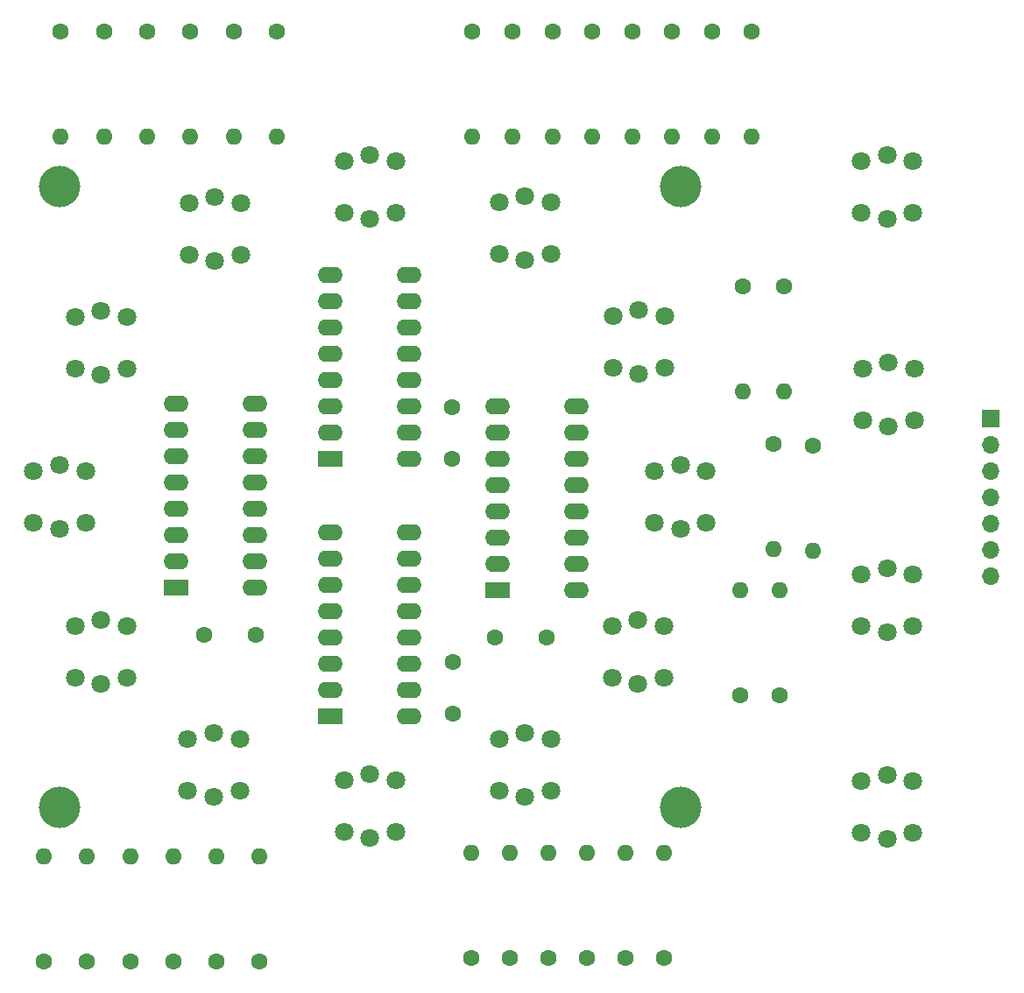
<source format=gbr>
G04 #@! TF.GenerationSoftware,KiCad,Pcbnew,(6.0.5)*
G04 #@! TF.CreationDate,2022-07-14T13:12:00-05:00*
G04 #@! TF.ProjectId,QuantizerFront,5175616e-7469-47a6-9572-46726f6e742e,rev?*
G04 #@! TF.SameCoordinates,Original*
G04 #@! TF.FileFunction,Soldermask,Bot*
G04 #@! TF.FilePolarity,Negative*
%FSLAX46Y46*%
G04 Gerber Fmt 4.6, Leading zero omitted, Abs format (unit mm)*
G04 Created by KiCad (PCBNEW (6.0.5)) date 2022-07-14 13:12:00*
%MOMM*%
%LPD*%
G01*
G04 APERTURE LIST*
%ADD10C,4.000000*%
%ADD11C,1.800000*%
%ADD12R,1.700000X1.700000*%
%ADD13O,1.700000X1.700000*%
%ADD14C,1.600000*%
%ADD15O,1.600000X1.600000*%
%ADD16R,2.400000X1.600000*%
%ADD17O,2.400000X1.600000*%
G04 APERTURE END LIST*
D10*
G04 #@! TO.C,H2*
X70000000Y-130000000D03*
G04 #@! TD*
D11*
G04 #@! TO.C,S12*
X71500000Y-117500000D03*
X71500000Y-112500000D03*
X76500000Y-117500000D03*
X76500000Y-112500000D03*
X74000000Y-118100000D03*
X74000000Y-111900000D03*
G04 #@! TD*
G04 #@! TO.C,S13*
X147500000Y-72500000D03*
X147500000Y-67500000D03*
X152500000Y-72500000D03*
X152500000Y-67500000D03*
X150000000Y-73100000D03*
X150000000Y-66900000D03*
G04 #@! TD*
G04 #@! TO.C,S8*
X123400000Y-117500000D03*
X123400000Y-112500000D03*
X128400000Y-117500000D03*
X128400000Y-112500000D03*
X125900000Y-118100000D03*
X125900000Y-111900000D03*
G04 #@! TD*
G04 #@! TO.C,S6*
X123500000Y-87500000D03*
X123500000Y-82500000D03*
X128500000Y-87500000D03*
X128500000Y-82500000D03*
X126000000Y-88100000D03*
X126000000Y-81900000D03*
G04 #@! TD*
G04 #@! TO.C,S4*
X97500000Y-72500000D03*
X97500000Y-67500000D03*
X102500000Y-72500000D03*
X102500000Y-67500000D03*
X100000000Y-73100000D03*
X100000000Y-66900000D03*
G04 #@! TD*
D12*
G04 #@! TO.C,J16*
X160025000Y-92400000D03*
D13*
X160025000Y-94940000D03*
X160025000Y-97480000D03*
X160025000Y-100020000D03*
X160025000Y-102560000D03*
X160025000Y-105100000D03*
X160025000Y-107640000D03*
G04 #@! TD*
D10*
G04 #@! TO.C,H4*
X130000000Y-70000000D03*
G04 #@! TD*
D11*
G04 #@! TO.C,S2*
X71500000Y-87600000D03*
X71500000Y-82600000D03*
X76500000Y-87600000D03*
X76500000Y-82600000D03*
X74000000Y-88200000D03*
X74000000Y-82000000D03*
G04 #@! TD*
G04 #@! TO.C,S3*
X82500000Y-76600000D03*
X82500000Y-71600000D03*
X87500000Y-76600000D03*
X87500000Y-71600000D03*
X85000000Y-77200000D03*
X85000000Y-71000000D03*
G04 #@! TD*
G04 #@! TO.C,S7*
X127500000Y-102500000D03*
X127500000Y-97500000D03*
X132500000Y-102500000D03*
X132500000Y-97500000D03*
X130000000Y-103100000D03*
X130000000Y-96900000D03*
G04 #@! TD*
G04 #@! TO.C,S10*
X97500000Y-132400000D03*
X97500000Y-127400000D03*
X102500000Y-132400000D03*
X102500000Y-127400000D03*
X100000000Y-133000000D03*
X100000000Y-126800000D03*
G04 #@! TD*
G04 #@! TO.C,S16*
X147500000Y-132500000D03*
X147500000Y-127500000D03*
X152500000Y-132500000D03*
X152500000Y-127500000D03*
X150000000Y-133100000D03*
X150000000Y-126900000D03*
G04 #@! TD*
G04 #@! TO.C,S1*
X67500000Y-102500000D03*
X67500000Y-97500000D03*
X72500000Y-102500000D03*
X72500000Y-97500000D03*
X70000000Y-103100000D03*
X70000000Y-96900000D03*
G04 #@! TD*
D10*
G04 #@! TO.C,H3*
X130000000Y-130000000D03*
G04 #@! TD*
G04 #@! TO.C,H1*
X70000000Y-70000000D03*
G04 #@! TD*
D11*
G04 #@! TO.C,S14*
X147600000Y-92600000D03*
X147600000Y-87600000D03*
X152600000Y-92600000D03*
X152600000Y-87600000D03*
X150100000Y-93200000D03*
X150100000Y-87000000D03*
G04 #@! TD*
G04 #@! TO.C,S15*
X147500000Y-112500000D03*
X147500000Y-107500000D03*
X152500000Y-112500000D03*
X152500000Y-107500000D03*
X150000000Y-113100000D03*
X150000000Y-106900000D03*
G04 #@! TD*
G04 #@! TO.C,S9*
X112500000Y-128400000D03*
X112500000Y-123400000D03*
X117500000Y-128400000D03*
X117500000Y-123400000D03*
X115000000Y-129000000D03*
X115000000Y-122800000D03*
G04 #@! TD*
G04 #@! TO.C,S5*
X112500000Y-76500000D03*
X112500000Y-71500000D03*
X117500000Y-76500000D03*
X117500000Y-71500000D03*
X115000000Y-77100000D03*
X115000000Y-70900000D03*
G04 #@! TD*
G04 #@! TO.C,S11*
X82400000Y-128400000D03*
X82400000Y-123400000D03*
X87400000Y-128400000D03*
X87400000Y-123400000D03*
X84900000Y-129000000D03*
X84900000Y-122800000D03*
G04 #@! TD*
D14*
G04 #@! TO.C,R26*
X113520000Y-144580000D03*
D15*
X113520000Y-134420000D03*
G04 #@! TD*
D14*
G04 #@! TO.C,C8*
X112100000Y-113600000D03*
X117100000Y-113600000D03*
G04 #@! TD*
G04 #@! TO.C,R33*
X136914300Y-55020000D03*
D15*
X136914300Y-65180000D03*
G04 #@! TD*
D14*
G04 #@! TO.C,R22*
X142800000Y-95020000D03*
D15*
X142800000Y-105180000D03*
G04 #@! TD*
D14*
G04 #@! TO.C,R19*
X129200000Y-55020000D03*
D15*
X129200000Y-65180000D03*
G04 #@! TD*
D14*
G04 #@! TO.C,R18*
X117628600Y-55020000D03*
D15*
X117628600Y-65180000D03*
G04 #@! TD*
D16*
G04 #@! TO.C,U3*
X81300000Y-108800000D03*
D17*
X81300000Y-106260000D03*
X81300000Y-103720000D03*
X81300000Y-101180000D03*
X81300000Y-98640000D03*
X81300000Y-96100000D03*
X81300000Y-93560000D03*
X81300000Y-91020000D03*
X88920000Y-91020000D03*
X88920000Y-93560000D03*
X88920000Y-96100000D03*
X88920000Y-98640000D03*
X88920000Y-101180000D03*
X88920000Y-103720000D03*
X88920000Y-106260000D03*
X88920000Y-108800000D03*
G04 #@! TD*
D14*
G04 #@! TO.C,R17*
X121485700Y-55020000D03*
D15*
X121485700Y-65180000D03*
G04 #@! TD*
D14*
G04 #@! TO.C,R34*
X133057100Y-55020000D03*
D15*
X133057100Y-65180000D03*
G04 #@! TD*
D14*
G04 #@! TO.C,R27*
X89300000Y-144880000D03*
D15*
X89300000Y-134720000D03*
G04 #@! TD*
D14*
G04 #@! TO.C,R14*
X86820000Y-55020000D03*
D15*
X86820000Y-65180000D03*
G04 #@! TD*
D14*
G04 #@! TO.C,R39*
X124680000Y-144580000D03*
D15*
X124680000Y-134420000D03*
G04 #@! TD*
D14*
G04 #@! TO.C,R32*
X72660000Y-144880000D03*
D15*
X72660000Y-134720000D03*
G04 #@! TD*
D14*
G04 #@! TO.C,R30*
X80980000Y-144880000D03*
D15*
X80980000Y-134720000D03*
G04 #@! TD*
D14*
G04 #@! TO.C,R12*
X78460000Y-55020000D03*
D15*
X78460000Y-65180000D03*
G04 #@! TD*
D16*
G04 #@! TO.C,U2*
X96200000Y-121200000D03*
D17*
X96200000Y-118660000D03*
X96200000Y-116120000D03*
X96200000Y-113580000D03*
X96200000Y-111040000D03*
X96200000Y-108500000D03*
X96200000Y-105960000D03*
X96200000Y-103420000D03*
X103820000Y-103420000D03*
X103820000Y-105960000D03*
X103820000Y-108500000D03*
X103820000Y-111040000D03*
X103820000Y-113580000D03*
X103820000Y-116120000D03*
X103820000Y-118660000D03*
X103820000Y-121200000D03*
G04 #@! TD*
D14*
G04 #@! TO.C,R31*
X68500000Y-144880000D03*
D15*
X68500000Y-134720000D03*
G04 #@! TD*
D14*
G04 #@! TO.C,R35*
X140000000Y-79620000D03*
D15*
X140000000Y-89780000D03*
G04 #@! TD*
D16*
G04 #@! TO.C,U5*
X96200000Y-96300000D03*
D17*
X96200000Y-93760000D03*
X96200000Y-91220000D03*
X96200000Y-88680000D03*
X96200000Y-86140000D03*
X96200000Y-83600000D03*
X96200000Y-81060000D03*
X96200000Y-78520000D03*
X103820000Y-78520000D03*
X103820000Y-81060000D03*
X103820000Y-83600000D03*
X103820000Y-86140000D03*
X103820000Y-88680000D03*
X103820000Y-91220000D03*
X103820000Y-93760000D03*
X103820000Y-96300000D03*
G04 #@! TD*
D14*
G04 #@! TO.C,R13*
X91000000Y-55020000D03*
D15*
X91000000Y-65180000D03*
G04 #@! TD*
D14*
G04 #@! TO.C,R11*
X82640000Y-55020000D03*
D15*
X82640000Y-65180000D03*
G04 #@! TD*
D16*
G04 #@! TO.C,U4*
X112300000Y-109000000D03*
D17*
X112300000Y-106460000D03*
X112300000Y-103920000D03*
X112300000Y-101380000D03*
X112300000Y-98840000D03*
X112300000Y-96300000D03*
X112300000Y-93760000D03*
X112300000Y-91220000D03*
X119920000Y-91220000D03*
X119920000Y-93760000D03*
X119920000Y-96300000D03*
X119920000Y-98840000D03*
X119920000Y-101380000D03*
X119920000Y-103920000D03*
X119920000Y-106460000D03*
X119920000Y-109000000D03*
G04 #@! TD*
D14*
G04 #@! TO.C,R21*
X139000000Y-94920000D03*
D15*
X139000000Y-105080000D03*
G04 #@! TD*
D14*
G04 #@! TO.C,C7*
X84000000Y-113300000D03*
X89000000Y-113300000D03*
G04 #@! TD*
G04 #@! TO.C,R28*
X85140000Y-144880000D03*
D15*
X85140000Y-134720000D03*
G04 #@! TD*
D14*
G04 #@! TO.C,R29*
X76820000Y-144880000D03*
D15*
X76820000Y-134720000D03*
G04 #@! TD*
D14*
G04 #@! TO.C,R10*
X70100000Y-55020000D03*
D15*
X70100000Y-65180000D03*
G04 #@! TD*
D14*
G04 #@! TO.C,R9*
X74280000Y-55020000D03*
D15*
X74280000Y-65180000D03*
G04 #@! TD*
D14*
G04 #@! TO.C,R20*
X125342900Y-55020000D03*
D15*
X125342900Y-65180000D03*
G04 #@! TD*
D14*
G04 #@! TO.C,R25*
X109800000Y-144580000D03*
D15*
X109800000Y-134420000D03*
G04 #@! TD*
D14*
G04 #@! TO.C,R23*
X117240000Y-144580000D03*
D15*
X117240000Y-134420000D03*
G04 #@! TD*
D14*
G04 #@! TO.C,R38*
X139600000Y-119180000D03*
D15*
X139600000Y-109020000D03*
G04 #@! TD*
D14*
G04 #@! TO.C,C9*
X107900000Y-91300000D03*
X107900000Y-96300000D03*
G04 #@! TD*
G04 #@! TO.C,R40*
X128400000Y-144580000D03*
D15*
X128400000Y-134420000D03*
G04 #@! TD*
D14*
G04 #@! TO.C,R15*
X113771400Y-55020000D03*
D15*
X113771400Y-65180000D03*
G04 #@! TD*
D14*
G04 #@! TO.C,C6*
X108000000Y-116000000D03*
X108000000Y-121000000D03*
G04 #@! TD*
G04 #@! TO.C,R16*
X109914300Y-55020000D03*
D15*
X109914300Y-65180000D03*
G04 #@! TD*
D14*
G04 #@! TO.C,R37*
X135800000Y-119180000D03*
D15*
X135800000Y-109020000D03*
G04 #@! TD*
D14*
G04 #@! TO.C,R36*
X136000000Y-79620000D03*
D15*
X136000000Y-89780000D03*
G04 #@! TD*
D14*
G04 #@! TO.C,R24*
X120960000Y-144580000D03*
D15*
X120960000Y-134420000D03*
G04 #@! TD*
M02*

</source>
